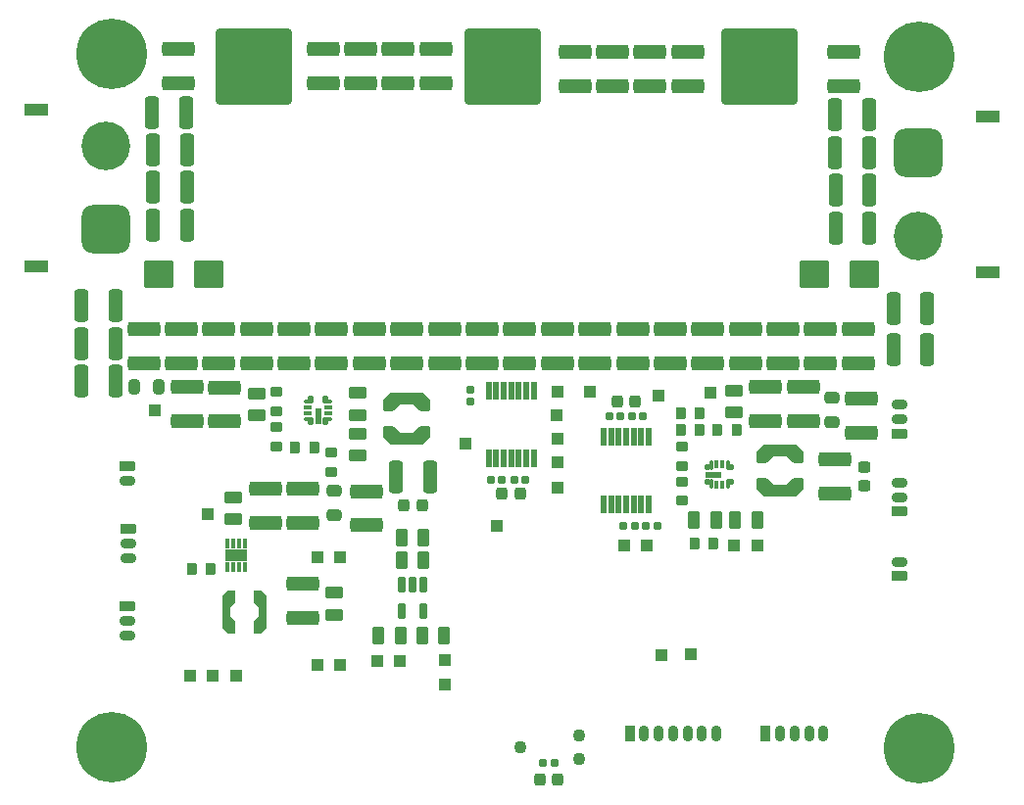
<source format=gbr>
%TF.GenerationSoftware,KiCad,Pcbnew,8.0.4*%
%TF.CreationDate,2024-12-09T12:19:11+01:00*%
%TF.ProjectId,BLDC motor controller,424c4443-206d-46f7-946f-7220636f6e74,1.1*%
%TF.SameCoordinates,Original*%
%TF.FileFunction,Soldermask,Bot*%
%TF.FilePolarity,Negative*%
%FSLAX46Y46*%
G04 Gerber Fmt 4.6, Leading zero omitted, Abs format (unit mm)*
G04 Created by KiCad (PCBNEW 8.0.4) date 2024-12-09 12:19:11*
%MOMM*%
%LPD*%
G01*
G04 APERTURE LIST*
G04 Aperture macros list*
%AMRoundRect*
0 Rectangle with rounded corners*
0 $1 Rounding radius*
0 $2 $3 $4 $5 $6 $7 $8 $9 X,Y pos of 4 corners*
0 Add a 4 corners polygon primitive as box body*
4,1,4,$2,$3,$4,$5,$6,$7,$8,$9,$2,$3,0*
0 Add four circle primitives for the rounded corners*
1,1,$1+$1,$2,$3*
1,1,$1+$1,$4,$5*
1,1,$1+$1,$6,$7*
1,1,$1+$1,$8,$9*
0 Add four rect primitives between the rounded corners*
20,1,$1+$1,$2,$3,$4,$5,0*
20,1,$1+$1,$4,$5,$6,$7,0*
20,1,$1+$1,$6,$7,$8,$9,0*
20,1,$1+$1,$8,$9,$2,$3,0*%
%AMFreePoly0*
4,1,23,1.050355,1.980355,1.065000,1.945000,1.065000,1.170000,1.050804,1.135099,0.485000,0.554662,0.485000,-0.554662,1.050804,-1.135099,1.065000,-1.170000,1.065000,-1.945000,1.050355,-1.980355,1.015000,-1.995000,0.125000,-1.995000,0.089965,-1.980672,-0.470035,-1.430672,-0.484998,-1.395450,-0.485000,-1.395000,-0.485000,1.395000,-0.470355,1.430355,-0.470035,1.430672,0.089965,1.980672,
0.125000,1.995000,1.015000,1.995000,1.050355,1.980355,1.050355,1.980355,$1*%
%AMFreePoly1*
4,1,23,-0.089965,1.980672,0.470035,1.430672,0.484998,1.395450,0.485000,1.395000,0.485000,-1.395000,0.470355,-1.430355,0.470035,-1.430672,-0.089965,-1.980672,-0.125000,-1.995000,-1.015000,-1.995000,-1.050355,-1.980355,-1.065000,-1.945000,-1.065000,-1.170000,-1.050804,-1.135099,-0.485000,-0.554662,-0.485000,0.554662,-1.050804,1.135099,-1.065000,1.170000,-1.065000,1.945000,-1.050355,1.980355,
-1.015000,1.995000,-0.125000,1.995000,-0.089965,1.980672,-0.089965,1.980672,$1*%
%AMFreePoly2*
4,1,23,0.785355,1.885355,0.800000,1.850000,0.800000,0.885000,0.785355,0.849645,0.785137,0.849428,0.350000,0.419609,0.350000,-0.419609,0.785137,-0.849428,0.799999,-0.884693,0.800000,-0.885000,0.800000,-1.850000,0.785355,-1.885355,0.750000,-1.900000,0.225000,-1.900000,0.189645,-1.885355,-0.335355,-1.360355,-0.350000,-1.325000,-0.350000,1.325000,-0.335355,1.360355,0.189645,1.885355,
0.225000,1.900000,0.750000,1.900000,0.785355,1.885355,0.785355,1.885355,$1*%
G04 Aperture macros list end*
%ADD10C,0.900000*%
%ADD11C,6.100000*%
%ADD12RoundRect,0.225000X-0.225000X-0.475000X0.225000X-0.475000X0.225000X0.475000X-0.225000X0.475000X0*%
%ADD13O,0.900000X1.400000*%
%ADD14RoundRect,0.225000X-0.475000X0.225000X-0.475000X-0.225000X0.475000X-0.225000X0.475000X0.225000X0*%
%ADD15O,1.400000X0.900000*%
%ADD16RoundRect,0.330000X-2.970000X-2.970000X2.970000X-2.970000X2.970000X2.970000X-2.970000X2.970000X0*%
%ADD17RoundRect,0.225000X0.475000X-0.225000X0.475000X0.225000X-0.475000X0.225000X-0.475000X-0.225000X0*%
%ADD18C,1.090600*%
%ADD19RoundRect,0.271739X-1.128261X0.353261X-1.128261X-0.353261X1.128261X-0.353261X1.128261X0.353261X0*%
%ADD20RoundRect,0.050000X-0.500000X0.500000X-0.500000X-0.500000X0.500000X-0.500000X0.500000X0.500000X0*%
%ADD21RoundRect,0.271739X0.353261X1.128261X-0.353261X1.128261X-0.353261X-1.128261X0.353261X-1.128261X0*%
%ADD22RoundRect,0.050000X0.500000X0.500000X-0.500000X0.500000X-0.500000X-0.500000X0.500000X-0.500000X0*%
%ADD23RoundRect,0.160000X0.160000X0.210000X-0.160000X0.210000X-0.160000X-0.210000X0.160000X-0.210000X0*%
%ADD24RoundRect,0.165000X0.165000X0.195000X-0.165000X0.195000X-0.165000X-0.195000X0.165000X-0.195000X0*%
%ADD25RoundRect,0.275000X0.500000X-0.275000X0.500000X0.275000X-0.500000X0.275000X-0.500000X-0.275000X0*%
%ADD26RoundRect,0.160000X0.210000X-0.160000X0.210000X0.160000X-0.210000X0.160000X-0.210000X-0.160000X0*%
%ADD27RoundRect,0.165000X-0.165000X-0.195000X0.165000X-0.195000X0.165000X0.195000X-0.165000X0.195000X0*%
%ADD28RoundRect,0.271739X-0.353261X-1.128261X0.353261X-1.128261X0.353261X1.128261X-0.353261X1.128261X0*%
%ADD29RoundRect,0.050000X0.225000X0.737500X-0.225000X0.737500X-0.225000X-0.737500X0.225000X-0.737500X0*%
%ADD30RoundRect,0.243750X-0.406250X0.243750X-0.406250X-0.243750X0.406250X-0.243750X0.406250X0.243750X0*%
%ADD31FreePoly0,90.000000*%
%ADD32FreePoly1,90.000000*%
%ADD33RoundRect,0.225000X-0.300000X0.225000X-0.300000X-0.225000X0.300000X-0.225000X0.300000X0.225000X0*%
%ADD34RoundRect,0.271739X1.128261X-0.353261X1.128261X0.353261X-1.128261X0.353261X-1.128261X-0.353261X0*%
%ADD35RoundRect,0.275000X-0.275000X-0.500000X0.275000X-0.500000X0.275000X0.500000X-0.275000X0.500000X0*%
%ADD36RoundRect,0.050000X0.112500X0.375000X-0.112500X0.375000X-0.112500X-0.375000X0.112500X-0.375000X0*%
%ADD37RoundRect,0.050000X0.175000X0.200000X-0.175000X0.200000X-0.175000X-0.200000X0.175000X-0.200000X0*%
%ADD38RoundRect,0.050000X0.125000X0.300000X-0.125000X0.300000X-0.125000X-0.300000X0.125000X-0.300000X0*%
%ADD39RoundRect,0.050000X-0.650000X0.175000X-0.650000X-0.175000X0.650000X-0.175000X0.650000X0.175000X0*%
%ADD40RoundRect,0.050000X-1.000000X0.450000X-1.000000X-0.450000X1.000000X-0.450000X1.000000X0.450000X0*%
%ADD41RoundRect,1.050000X-1.050000X1.050000X-1.050000X-1.050000X1.050000X-1.050000X1.050000X1.050000X0*%
%ADD42C,4.200000*%
%ADD43RoundRect,0.175000X-0.175000X0.537500X-0.175000X-0.537500X0.175000X-0.537500X0.175000X0.537500X0*%
%ADD44RoundRect,0.225000X0.225000X0.300000X-0.225000X0.300000X-0.225000X-0.300000X0.225000X-0.300000X0*%
%ADD45RoundRect,0.225000X-0.225000X-0.300000X0.225000X-0.300000X0.225000X0.300000X-0.225000X0.300000X0*%
%ADD46RoundRect,0.050000X-0.225000X-0.737500X0.225000X-0.737500X0.225000X0.737500X-0.225000X0.737500X0*%
%ADD47RoundRect,0.275000X0.275000X0.500000X-0.275000X0.500000X-0.275000X-0.500000X0.275000X-0.500000X0*%
%ADD48RoundRect,0.050000X-0.500000X-0.500000X0.500000X-0.500000X0.500000X0.500000X-0.500000X0.500000X0*%
%ADD49RoundRect,0.160000X-0.160000X-0.210000X0.160000X-0.210000X0.160000X0.210000X-0.160000X0.210000X0*%
%ADD50FreePoly0,270.000000*%
%ADD51FreePoly1,270.000000*%
%ADD52RoundRect,0.050000X-0.375000X0.112500X-0.375000X-0.112500X0.375000X-0.112500X0.375000X0.112500X0*%
%ADD53RoundRect,0.050000X-0.200000X0.175000X-0.200000X-0.175000X0.200000X-0.175000X0.200000X0.175000X0*%
%ADD54RoundRect,0.050000X-0.300000X0.125000X-0.300000X-0.125000X0.300000X-0.125000X0.300000X0.125000X0*%
%ADD55RoundRect,0.050000X-0.175000X-0.650000X0.175000X-0.650000X0.175000X0.650000X-0.175000X0.650000X0*%
%ADD56FreePoly2,0.000000*%
%ADD57FreePoly2,180.000000*%
%ADD58RoundRect,0.225000X0.300000X-0.225000X0.300000X0.225000X-0.300000X0.225000X-0.300000X-0.225000X0*%
%ADD59RoundRect,0.250000X-0.250000X-0.275000X0.250000X-0.275000X0.250000X0.275000X-0.250000X0.275000X0*%
%ADD60RoundRect,0.243750X-0.243750X-0.406250X0.243750X-0.406250X0.243750X0.406250X-0.243750X0.406250X0*%
%ADD61RoundRect,0.250000X-0.275000X0.250000X-0.275000X-0.250000X0.275000X-0.250000X0.275000X0.250000X0*%
%ADD62RoundRect,0.260870X1.039130X0.939130X-1.039130X0.939130X-1.039130X-0.939130X1.039130X-0.939130X0*%
%ADD63RoundRect,0.050000X1.000000X-0.450000X1.000000X0.450000X-1.000000X0.450000X-1.000000X-0.450000X0*%
%ADD64RoundRect,1.050000X1.050000X-1.050000X1.050000X1.050000X-1.050000X1.050000X-1.050000X-1.050000X0*%
%ADD65RoundRect,0.050000X0.150000X0.350000X-0.150000X0.350000X-0.150000X-0.350000X0.150000X-0.350000X0*%
%ADD66RoundRect,0.050000X-0.850000X0.500000X-0.850000X-0.500000X0.850000X-0.500000X0.850000X0.500000X0*%
%ADD67RoundRect,0.275000X-0.500000X0.275000X-0.500000X-0.275000X0.500000X-0.275000X0.500000X0.275000X0*%
%ADD68RoundRect,0.260870X-1.039130X-0.939130X1.039130X-0.939130X1.039130X0.939130X-1.039130X0.939130X0*%
G04 APERTURE END LIST*
D10*
%TO.C,H2303*%
X164750000Y-71250000D03*
X165409010Y-69659010D03*
X165409010Y-72840990D03*
X167000000Y-69000000D03*
D11*
X167000000Y-71250000D03*
D10*
X167000000Y-73500000D03*
X168590990Y-69659010D03*
X168590990Y-72840990D03*
X169250000Y-71250000D03*
%TD*%
D12*
%TO.C,J2202*%
X153750000Y-129750000D03*
D13*
X155000000Y-129750000D03*
X156250000Y-129750000D03*
X157500000Y-129750000D03*
X158750000Y-129750000D03*
%TD*%
D10*
%TO.C,H2304*%
X164750000Y-131000000D03*
X165409010Y-129409010D03*
X165409010Y-132590990D03*
X167000000Y-128750000D03*
D11*
X167000000Y-131000000D03*
D10*
X167000000Y-133250000D03*
X168590990Y-129409010D03*
X168590990Y-132590990D03*
X169250000Y-131000000D03*
%TD*%
D14*
%TO.C,J2004*%
X98600000Y-118750000D03*
D15*
X98600000Y-120000000D03*
X98600000Y-121250000D03*
%TD*%
D16*
%TO.C,J1301*%
X109500000Y-72090000D03*
%TD*%
D17*
%TO.C,J2008*%
X165300000Y-110525000D03*
D15*
X165300000Y-109275000D03*
X165300000Y-108025000D03*
%TD*%
D16*
%TO.C,J1101*%
X153250000Y-72080000D03*
%TD*%
%TO.C,J1201*%
X131000000Y-72100000D03*
%TD*%
D17*
%TO.C,J2012*%
X165300000Y-116125000D03*
D15*
X165300000Y-114875000D03*
%TD*%
D18*
%TO.C,J2007*%
X132540000Y-130915000D03*
X137620000Y-129899000D03*
X137620000Y-131931000D03*
%TD*%
D10*
%TO.C,H2301*%
X95000000Y-71000000D03*
X95659010Y-69409010D03*
X95659010Y-72590990D03*
X97250000Y-68750000D03*
D11*
X97250000Y-71000000D03*
D10*
X97250000Y-73250000D03*
X98840990Y-69409010D03*
X98840990Y-72590990D03*
X99500000Y-71000000D03*
%TD*%
D14*
%TO.C,J2011*%
X98600000Y-106625000D03*
D15*
X98600000Y-107875000D03*
%TD*%
D17*
%TO.C,J2009*%
X165300000Y-103775000D03*
D15*
X165300000Y-102525000D03*
X165300000Y-101275000D03*
%TD*%
D14*
%TO.C,J2005*%
X98650000Y-112050000D03*
D15*
X98650000Y-113300000D03*
X98650000Y-114550000D03*
%TD*%
D12*
%TO.C,J2001*%
X142000000Y-129750000D03*
D13*
X143250000Y-129750000D03*
X144500000Y-129750000D03*
X145750000Y-129750000D03*
X147000000Y-129750000D03*
X148250000Y-129750000D03*
X149500000Y-129750000D03*
%TD*%
D10*
%TO.C,H2302*%
X95000000Y-130900000D03*
X95659010Y-129309010D03*
X95659010Y-132490990D03*
X97250000Y-128650000D03*
D11*
X97250000Y-130900000D03*
D10*
X97250000Y-133150000D03*
X98840990Y-129309010D03*
X98840990Y-132490990D03*
X99500000Y-130900000D03*
%TD*%
D19*
%TO.C,C503*%
X100000000Y-94750000D03*
X100000000Y-97700000D03*
%TD*%
%TO.C,C522*%
X161750000Y-94750000D03*
X161750000Y-97700000D03*
%TD*%
D20*
%TO.C,TP703*%
X126050000Y-123350000D03*
%TD*%
D21*
%TO.C,C538*%
X103725000Y-85750000D03*
X100775000Y-85750000D03*
%TD*%
D22*
%TO.C,TP610*%
X115000000Y-114500000D03*
%TD*%
D21*
%TO.C,C501*%
X97550000Y-92750000D03*
X94600000Y-92750000D03*
%TD*%
D20*
%TO.C,TP608*%
X153000000Y-113500000D03*
%TD*%
D23*
%TO.C,R1602*%
X144440000Y-111750000D03*
X143420000Y-111750000D03*
%TD*%
D19*
%TO.C,C609*%
X162000000Y-100775000D03*
X162000000Y-103725000D03*
%TD*%
D24*
%TO.C,C1606*%
X141180000Y-102250000D03*
X140220000Y-102250000D03*
%TD*%
D25*
%TO.C,C620*%
X107750000Y-111200000D03*
X107750000Y-109300000D03*
%TD*%
D19*
%TO.C,C521*%
X158500000Y-94750000D03*
X158500000Y-97700000D03*
%TD*%
D26*
%TO.C,R1601*%
X128250000Y-101010000D03*
X128250000Y-99990000D03*
%TD*%
D27*
%TO.C,C1605*%
X142200000Y-102250000D03*
X143160000Y-102250000D03*
%TD*%
D28*
%TO.C,C523*%
X164775000Y-93000000D03*
X167725000Y-93000000D03*
%TD*%
D29*
%TO.C,U1601*%
X129800000Y-100062000D03*
X130450000Y-100062000D03*
X131100000Y-100062000D03*
X131750000Y-100062000D03*
X132400000Y-100062000D03*
X133050000Y-100062000D03*
X133700000Y-100062000D03*
X133700000Y-105938000D03*
X133050000Y-105938000D03*
X132400000Y-105938000D03*
X131750000Y-105938000D03*
X131100000Y-105938000D03*
X130450000Y-105938000D03*
X129800000Y-105938000D03*
%TD*%
D28*
%TO.C,C539*%
X159750000Y-79500000D03*
X162700000Y-79500000D03*
%TD*%
D22*
%TO.C,TP912*%
X141500000Y-113500000D03*
%TD*%
D30*
%TO.C,F603*%
X116500000Y-108687500D03*
X116500000Y-110812500D03*
%TD*%
D21*
%TO.C,C542*%
X103700000Y-76000000D03*
X100750000Y-76000000D03*
%TD*%
D31*
%TO.C,L602*%
X155000000Y-108740000D03*
D32*
X155000000Y-105210000D03*
%TD*%
D33*
%TO.C,R601*%
X111500000Y-100175000D03*
X111500000Y-101825000D03*
%TD*%
D28*
%TO.C,C524*%
X164775000Y-96500000D03*
X167725000Y-96500000D03*
%TD*%
D34*
%TO.C,C537*%
X103000000Y-73475000D03*
X103000000Y-70525000D03*
%TD*%
%TO.C,C534*%
X160500000Y-73725000D03*
X160500000Y-70775000D03*
%TD*%
D35*
%TO.C,C614*%
X151100000Y-111250000D03*
X153000000Y-111250000D03*
%TD*%
D20*
%TO.C,TP611*%
X115000000Y-123750000D03*
%TD*%
D22*
%TO.C,TP911*%
X144500000Y-100500000D03*
%TD*%
D19*
%TO.C,C615*%
X159750000Y-106050000D03*
X159750000Y-109000000D03*
%TD*%
%TO.C,C518*%
X148750000Y-94750000D03*
X148750000Y-97700000D03*
%TD*%
D36*
%TO.C,U602*%
X149024000Y-106500000D03*
D37*
X148736000Y-106675000D03*
D38*
X149512000Y-106425000D03*
X150012000Y-106425000D03*
D36*
X150500000Y-106500000D03*
D37*
X150788000Y-106675000D03*
X150788000Y-107975000D03*
D36*
X150500000Y-108150000D03*
D38*
X150012000Y-108225000D03*
X149512000Y-108225000D03*
D37*
X148736000Y-107975000D03*
D36*
X149024000Y-108150000D03*
D39*
X149212000Y-107325000D03*
%TD*%
D40*
%TO.C,J402*%
X90750000Y-75800000D03*
X90750000Y-89300000D03*
D41*
X96750000Y-86150000D03*
D42*
X96750000Y-78950000D03*
%TD*%
D43*
%TO.C,U701*%
X122300000Y-116862500D03*
X123250000Y-116862500D03*
X124200000Y-116862500D03*
X124200000Y-119137500D03*
X122300000Y-119137500D03*
%TD*%
D19*
%TO.C,C617*%
X119250000Y-108775000D03*
X119250000Y-111725000D03*
%TD*%
D44*
%TO.C,R606*%
X148075000Y-103500000D03*
X146425000Y-103500000D03*
%TD*%
D45*
%TO.C,R603*%
X113100000Y-105000000D03*
X114750000Y-105000000D03*
%TD*%
D46*
%TO.C,U1602*%
X143650000Y-109938000D03*
X143000000Y-109938000D03*
X142350000Y-109938000D03*
X141700000Y-109938000D03*
X141050000Y-109938000D03*
X140400000Y-109938000D03*
X139750000Y-109938000D03*
X139750000Y-104062000D03*
X140400000Y-104062000D03*
X141050000Y-104062000D03*
X141700000Y-104062000D03*
X142350000Y-104062000D03*
X143000000Y-104062000D03*
X143650000Y-104062000D03*
%TD*%
D47*
%TO.C,C613*%
X149450000Y-111250000D03*
X147550000Y-111250000D03*
%TD*%
D35*
%TO.C,C703*%
X124050000Y-121250000D03*
X125950000Y-121250000D03*
%TD*%
D19*
%TO.C,C516*%
X142250000Y-94750000D03*
X142250000Y-97700000D03*
%TD*%
%TO.C,C513*%
X132500000Y-94750000D03*
X132500000Y-97700000D03*
%TD*%
D25*
%TO.C,C612*%
X151000000Y-101950000D03*
X151000000Y-100050000D03*
%TD*%
D22*
%TO.C,TP913*%
X143500000Y-113500000D03*
%TD*%
D30*
%TO.C,FB602*%
X159500000Y-100687500D03*
X159500000Y-102812500D03*
%TD*%
D20*
%TO.C,TP613*%
X104000000Y-124750000D03*
%TD*%
D22*
%TO.C,TP904*%
X138600000Y-100200000D03*
%TD*%
%TO.C,TP908*%
X144750000Y-122950000D03*
%TD*%
D28*
%TO.C,C535*%
X159750000Y-76250000D03*
X162700000Y-76250000D03*
%TD*%
%TO.C,C541*%
X159775000Y-86000000D03*
X162725000Y-86000000D03*
%TD*%
D34*
%TO.C,C611*%
X153750000Y-102725000D03*
X153750000Y-99775000D03*
%TD*%
D48*
%TO.C,TP701*%
X122150000Y-123450000D03*
%TD*%
D19*
%TO.C,C514*%
X135750000Y-94750000D03*
X135750000Y-97700000D03*
%TD*%
D21*
%TO.C,C528*%
X103750000Y-82500000D03*
X100800000Y-82500000D03*
%TD*%
D49*
%TO.C,R1603*%
X141430000Y-111750000D03*
X142450000Y-111750000D03*
%TD*%
D21*
%TO.C,C502*%
X97550000Y-96000000D03*
X94600000Y-96000000D03*
%TD*%
D22*
%TO.C,TP606*%
X149000000Y-100250000D03*
%TD*%
D19*
%TO.C,C519*%
X152000000Y-94750000D03*
X152000000Y-97700000D03*
%TD*%
%TO.C,C509*%
X119500000Y-94750000D03*
X119500000Y-97700000D03*
%TD*%
D33*
%TO.C,R609*%
X146500000Y-104925000D03*
X146500000Y-106575000D03*
%TD*%
D25*
%TO.C,C606*%
X118500000Y-102175000D03*
X118500000Y-100275000D03*
%TD*%
D19*
%TO.C,C508*%
X116250000Y-94750000D03*
X116250000Y-97700000D03*
%TD*%
D34*
%TO.C,C619*%
X110500000Y-111475000D03*
X110500000Y-108525000D03*
%TD*%
D27*
%TO.C,C2016*%
X134515000Y-132215000D03*
X135475000Y-132215000D03*
%TD*%
D19*
%TO.C,C517*%
X145500000Y-94750000D03*
X145500000Y-97700000D03*
%TD*%
D22*
%TO.C,TP907*%
X130550000Y-111800000D03*
%TD*%
%TO.C,TP609*%
X117000000Y-114500000D03*
%TD*%
D44*
%TO.C,R605*%
X151250000Y-103500000D03*
X149600000Y-103500000D03*
%TD*%
D48*
%TO.C,TP702*%
X120150000Y-123450000D03*
%TD*%
D50*
%TO.C,L601*%
X122750000Y-100735000D03*
D51*
X122750000Y-104265000D03*
%TD*%
D52*
%TO.C,U601*%
X114250000Y-102501000D03*
D53*
X114425000Y-102789000D03*
D54*
X114175000Y-102013000D03*
X114175000Y-101513000D03*
D52*
X114250000Y-101025000D03*
D53*
X114425000Y-100737000D03*
X115725000Y-100737000D03*
D52*
X115900000Y-101025000D03*
D54*
X115975000Y-101513000D03*
X115975000Y-102013000D03*
D53*
X115725000Y-102789000D03*
D52*
X115900000Y-102501000D03*
D55*
X115075000Y-102313000D03*
%TD*%
D56*
%TO.C,L603*%
X107175000Y-119250000D03*
D57*
X110275000Y-119250000D03*
%TD*%
D58*
%TO.C,R604*%
X116250000Y-107075000D03*
X116250000Y-105425000D03*
%TD*%
D35*
%TO.C,C701*%
X122300000Y-112750000D03*
X124200000Y-112750000D03*
%TD*%
D22*
%TO.C,TP902*%
X135750000Y-104250000D03*
%TD*%
D34*
%TO.C,C533*%
X137250000Y-73725000D03*
X137250000Y-70775000D03*
%TD*%
D33*
%TO.C,R602*%
X111500000Y-103250000D03*
X111500000Y-104900000D03*
%TD*%
D59*
%TO.C,C1604*%
X140900000Y-101000000D03*
X142450000Y-101000000D03*
%TD*%
D24*
%TO.C,C1603*%
X130960000Y-107750000D03*
X130000000Y-107750000D03*
%TD*%
D34*
%TO.C,C527*%
X115500000Y-73475000D03*
X115500000Y-70525000D03*
%TD*%
%TO.C,C622*%
X113750000Y-119725000D03*
X113750000Y-116775000D03*
%TD*%
%TO.C,C531*%
X143750000Y-73725000D03*
X143750000Y-70775000D03*
%TD*%
D20*
%TO.C,TP607*%
X151000000Y-113500000D03*
%TD*%
D22*
%TO.C,TP910*%
X127800000Y-104650000D03*
%TD*%
D60*
%TO.C,FB601*%
X99187500Y-99750000D03*
X101312500Y-99750000D03*
%TD*%
D25*
%TO.C,C623*%
X116500000Y-119450000D03*
X116500000Y-117550000D03*
%TD*%
D21*
%TO.C,C536*%
X103725000Y-79250000D03*
X100775000Y-79250000D03*
%TD*%
D22*
%TO.C,TP604*%
X105500000Y-110750000D03*
%TD*%
D34*
%TO.C,C525*%
X122000000Y-73475000D03*
X122000000Y-70525000D03*
%TD*%
D19*
%TO.C,C602*%
X103750000Y-99775000D03*
X103750000Y-102725000D03*
%TD*%
D44*
%TO.C,R607*%
X148075000Y-102000000D03*
X146425000Y-102000000D03*
%TD*%
D61*
%TO.C,C616*%
X162250000Y-106725000D03*
X162250000Y-108275000D03*
%TD*%
D22*
%TO.C,TP612*%
X117000000Y-123750000D03*
%TD*%
%TO.C,TP605*%
X101000000Y-101750000D03*
%TD*%
D35*
%TO.C,C702*%
X122300000Y-114750000D03*
X124200000Y-114750000D03*
%TD*%
D59*
%TO.C,C2015*%
X134215000Y-133715000D03*
X135765000Y-133715000D03*
%TD*%
D27*
%TO.C,C1602*%
X132040000Y-107750000D03*
X133000000Y-107750000D03*
%TD*%
D20*
%TO.C,TP614*%
X106000000Y-124750000D03*
%TD*%
D62*
%TO.C,D401*%
X162250000Y-90000000D03*
X157950000Y-90000000D03*
%TD*%
D19*
%TO.C,C603*%
X107000000Y-99800000D03*
X107000000Y-102750000D03*
%TD*%
%TO.C,C506*%
X109750000Y-94750000D03*
X109750000Y-97700000D03*
%TD*%
D34*
%TO.C,C526*%
X118750000Y-73475000D03*
X118750000Y-70525000D03*
%TD*%
D19*
%TO.C,C505*%
X106500000Y-94750000D03*
X106500000Y-97700000D03*
%TD*%
D34*
%TO.C,C529*%
X125250000Y-73475000D03*
X125250000Y-70525000D03*
%TD*%
D33*
%TO.C,R610*%
X146500000Y-107925000D03*
X146500000Y-109575000D03*
%TD*%
D47*
%TO.C,C704*%
X122200000Y-121250000D03*
X120300000Y-121250000D03*
%TD*%
D21*
%TO.C,C601*%
X97575000Y-99250000D03*
X94625000Y-99250000D03*
%TD*%
D45*
%TO.C,R611*%
X104175000Y-115500000D03*
X105825000Y-115500000D03*
%TD*%
D19*
%TO.C,C504*%
X103250000Y-94750000D03*
X103250000Y-97700000D03*
%TD*%
D59*
%TO.C,C1601*%
X130975000Y-109000000D03*
X132525000Y-109000000D03*
%TD*%
D34*
%TO.C,C532*%
X140500000Y-73725000D03*
X140500000Y-70775000D03*
%TD*%
%TO.C,C610*%
X157000000Y-102725000D03*
X157000000Y-99775000D03*
%TD*%
D28*
%TO.C,C540*%
X159775000Y-82750000D03*
X162725000Y-82750000D03*
%TD*%
D44*
%TO.C,R608*%
X149250000Y-113250000D03*
X147600000Y-113250000D03*
%TD*%
D22*
%TO.C,TP909*%
X147300000Y-122900000D03*
%TD*%
D19*
%TO.C,C507*%
X113000000Y-94750000D03*
X113000000Y-97700000D03*
%TD*%
D28*
%TO.C,C607*%
X121775000Y-107500000D03*
X124725000Y-107500000D03*
%TD*%
D34*
%TO.C,C530*%
X147000000Y-73725000D03*
X147000000Y-70775000D03*
%TD*%
D59*
%TO.C,C608*%
X122500000Y-110000000D03*
X124050000Y-110000000D03*
%TD*%
D19*
%TO.C,C511*%
X126000000Y-94750000D03*
X126000000Y-97700000D03*
%TD*%
D63*
%TO.C,J401*%
X172905000Y-89875000D03*
X172905000Y-76375000D03*
D64*
X166905000Y-79525000D03*
D42*
X166905000Y-86725000D03*
%TD*%
D34*
%TO.C,C618*%
X113750000Y-111475000D03*
X113750000Y-108525000D03*
%TD*%
D65*
%TO.C,U603*%
X107250000Y-113250000D03*
X107750000Y-113250000D03*
X108250000Y-113250000D03*
X108750000Y-113250000D03*
X108750000Y-115350000D03*
X108250000Y-115350000D03*
X107750000Y-115350000D03*
X107250000Y-115350000D03*
D66*
X108000000Y-114300000D03*
%TD*%
D19*
%TO.C,C512*%
X129250000Y-94750000D03*
X129250000Y-97700000D03*
%TD*%
D22*
%TO.C,TP905*%
X135700000Y-102200000D03*
%TD*%
%TO.C,TP901*%
X135750000Y-106250000D03*
%TD*%
D67*
%TO.C,C604*%
X109750000Y-100300000D03*
X109750000Y-102200000D03*
%TD*%
D19*
%TO.C,C520*%
X155250000Y-94750000D03*
X155250000Y-97700000D03*
%TD*%
D20*
%TO.C,TP615*%
X108000000Y-124750000D03*
%TD*%
D67*
%TO.C,C605*%
X118500000Y-103775000D03*
X118500000Y-105675000D03*
%TD*%
D20*
%TO.C,TP704*%
X126050000Y-125500000D03*
%TD*%
D19*
%TO.C,C510*%
X122750000Y-94750000D03*
X122750000Y-97700000D03*
%TD*%
D68*
%TO.C,D402*%
X101350000Y-90000000D03*
X105650000Y-90000000D03*
%TD*%
D22*
%TO.C,TP906*%
X135750000Y-100200000D03*
%TD*%
%TO.C,TP903*%
X135750000Y-108500000D03*
%TD*%
D19*
%TO.C,C515*%
X139000000Y-94750000D03*
X139000000Y-97700000D03*
%TD*%
M02*

</source>
